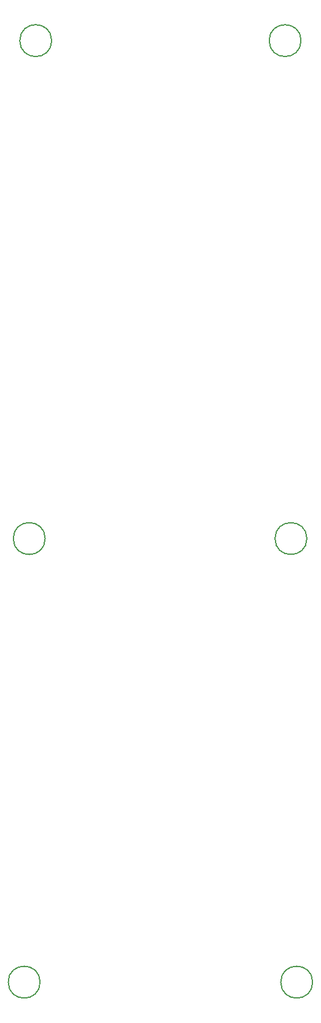
<source format=gbr>
%TF.GenerationSoftware,KiCad,Pcbnew,7.0.2*%
%TF.CreationDate,2025-02-12T15:24:12+00:00*%
%TF.ProjectId,fretboard,66726574-626f-4617-9264-2e6b69636164,rev?*%
%TF.SameCoordinates,Original*%
%TF.FileFunction,Other,Comment*%
%FSLAX46Y46*%
G04 Gerber Fmt 4.6, Leading zero omitted, Abs format (unit mm)*
G04 Created by KiCad (PCBNEW 7.0.2) date 2025-02-12 15:24:12*
%MOMM*%
%LPD*%
G01*
G04 APERTURE LIST*
%ADD10C,0.150000*%
G04 APERTURE END LIST*
D10*
%TO.C,H5*%
X3400000Y-148100000D02*
G75*
G03*
X3400000Y-148100000I-2200000J0D01*
G01*
%TO.C,H2*%
X39400000Y-18200000D02*
G75*
G03*
X39400000Y-18200000I-2200000J0D01*
G01*
%TO.C,H3*%
X4100000Y-86900000D02*
G75*
G03*
X4100000Y-86900000I-2200000J0D01*
G01*
%TO.C,H1*%
X5000000Y-18200000D02*
G75*
G03*
X5000000Y-18200000I-2200000J0D01*
G01*
%TO.C,H4*%
X40200000Y-86900000D02*
G75*
G03*
X40200000Y-86900000I-2200000J0D01*
G01*
%TO.C,H6*%
X41000000Y-148100000D02*
G75*
G03*
X41000000Y-148100000I-2200000J0D01*
G01*
%TD*%
M02*

</source>
